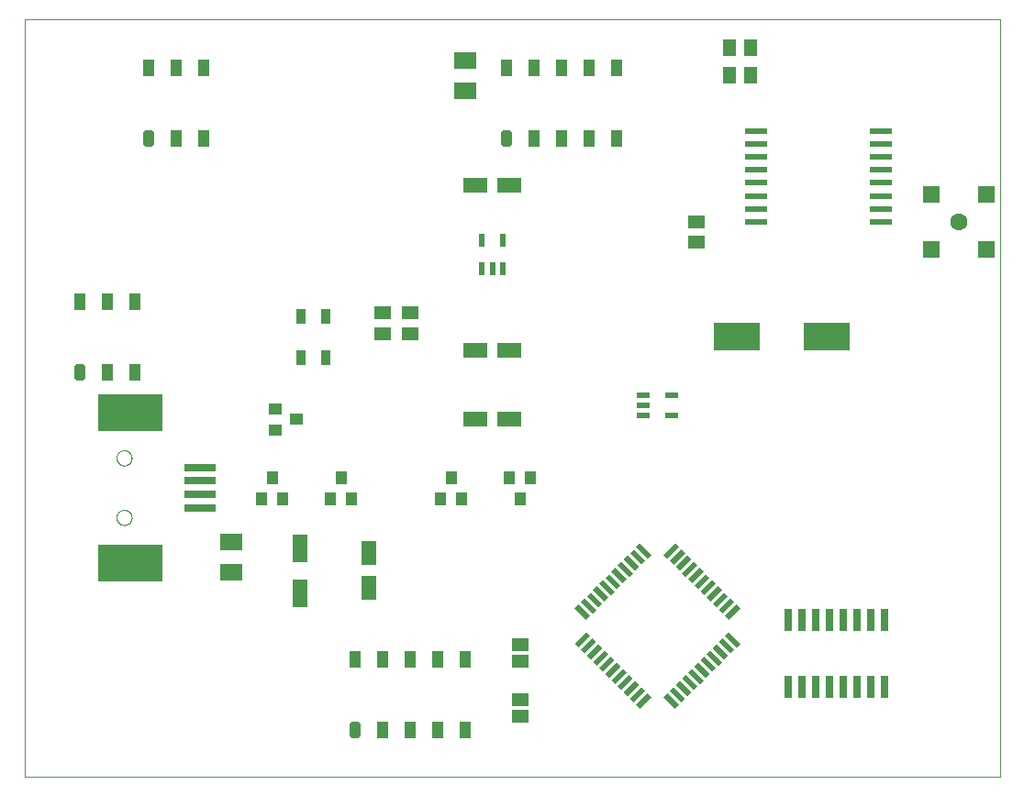
<source format=gtp>
G75*
%MOIN*%
%OFA0B0*%
%FSLAX25Y25*%
%IPPOS*%
%LPD*%
%AMOC8*
5,1,8,0,0,1.08239X$1,22.5*
%
%ADD10C,0.00000*%
%ADD11R,0.05512X0.10236*%
%ADD12R,0.03937X0.04724*%
%ADD13R,0.07874X0.06299*%
%ADD14R,0.03937X0.05906*%
%ADD15C,0.01969*%
%ADD16R,0.02600X0.08000*%
%ADD17R,0.05906X0.01969*%
%ADD18R,0.01969X0.05906*%
%ADD19R,0.05906X0.05118*%
%ADD20R,0.06300X0.04600*%
%ADD21R,0.05512X0.08661*%
%ADD22C,0.06299*%
%ADD23R,0.06299X0.06299*%
%ADD24R,0.02200X0.05000*%
%ADD25R,0.03543X0.05512*%
%ADD26R,0.23780X0.13386*%
%ADD27R,0.11811X0.02756*%
%ADD28R,0.16929X0.09843*%
%ADD29R,0.04724X0.03937*%
%ADD30R,0.05000X0.02200*%
%ADD31R,0.08661X0.05512*%
%ADD32R,0.07874X0.02362*%
%ADD33R,0.05118X0.05906*%
D10*
X0055902Y0001800D02*
X0055902Y0277391D01*
X0410233Y0277391D01*
X0410233Y0001800D01*
X0055902Y0001800D01*
X0089370Y0096149D02*
X0089372Y0096254D01*
X0089378Y0096359D01*
X0089388Y0096463D01*
X0089402Y0096567D01*
X0089420Y0096671D01*
X0089442Y0096773D01*
X0089467Y0096875D01*
X0089497Y0096976D01*
X0089530Y0097075D01*
X0089567Y0097173D01*
X0089608Y0097270D01*
X0089653Y0097365D01*
X0089701Y0097458D01*
X0089752Y0097550D01*
X0089808Y0097639D01*
X0089866Y0097726D01*
X0089928Y0097811D01*
X0089992Y0097894D01*
X0090060Y0097974D01*
X0090131Y0098051D01*
X0090205Y0098125D01*
X0090282Y0098197D01*
X0090361Y0098266D01*
X0090443Y0098331D01*
X0090527Y0098394D01*
X0090614Y0098453D01*
X0090703Y0098509D01*
X0090794Y0098562D01*
X0090887Y0098611D01*
X0090981Y0098656D01*
X0091077Y0098698D01*
X0091175Y0098736D01*
X0091274Y0098770D01*
X0091375Y0098801D01*
X0091476Y0098827D01*
X0091579Y0098850D01*
X0091682Y0098869D01*
X0091786Y0098884D01*
X0091890Y0098895D01*
X0091995Y0098902D01*
X0092100Y0098905D01*
X0092205Y0098904D01*
X0092310Y0098899D01*
X0092414Y0098890D01*
X0092518Y0098877D01*
X0092622Y0098860D01*
X0092725Y0098839D01*
X0092827Y0098814D01*
X0092928Y0098786D01*
X0093027Y0098753D01*
X0093126Y0098717D01*
X0093223Y0098677D01*
X0093318Y0098634D01*
X0093412Y0098586D01*
X0093504Y0098536D01*
X0093594Y0098482D01*
X0093682Y0098424D01*
X0093767Y0098363D01*
X0093850Y0098299D01*
X0093931Y0098232D01*
X0094009Y0098162D01*
X0094084Y0098088D01*
X0094156Y0098013D01*
X0094226Y0097934D01*
X0094292Y0097853D01*
X0094356Y0097769D01*
X0094416Y0097683D01*
X0094472Y0097595D01*
X0094526Y0097504D01*
X0094576Y0097412D01*
X0094622Y0097318D01*
X0094665Y0097222D01*
X0094704Y0097124D01*
X0094739Y0097026D01*
X0094770Y0096925D01*
X0094798Y0096824D01*
X0094822Y0096722D01*
X0094842Y0096619D01*
X0094858Y0096515D01*
X0094870Y0096411D01*
X0094878Y0096306D01*
X0094882Y0096201D01*
X0094882Y0096097D01*
X0094878Y0095992D01*
X0094870Y0095887D01*
X0094858Y0095783D01*
X0094842Y0095679D01*
X0094822Y0095576D01*
X0094798Y0095474D01*
X0094770Y0095373D01*
X0094739Y0095272D01*
X0094704Y0095174D01*
X0094665Y0095076D01*
X0094622Y0094980D01*
X0094576Y0094886D01*
X0094526Y0094794D01*
X0094472Y0094703D01*
X0094416Y0094615D01*
X0094356Y0094529D01*
X0094292Y0094445D01*
X0094226Y0094364D01*
X0094156Y0094285D01*
X0094084Y0094210D01*
X0094009Y0094136D01*
X0093931Y0094066D01*
X0093850Y0093999D01*
X0093767Y0093935D01*
X0093682Y0093874D01*
X0093594Y0093816D01*
X0093504Y0093762D01*
X0093412Y0093712D01*
X0093318Y0093664D01*
X0093223Y0093621D01*
X0093126Y0093581D01*
X0093027Y0093545D01*
X0092928Y0093512D01*
X0092827Y0093484D01*
X0092725Y0093459D01*
X0092622Y0093438D01*
X0092518Y0093421D01*
X0092414Y0093408D01*
X0092310Y0093399D01*
X0092205Y0093394D01*
X0092100Y0093393D01*
X0091995Y0093396D01*
X0091890Y0093403D01*
X0091786Y0093414D01*
X0091682Y0093429D01*
X0091579Y0093448D01*
X0091476Y0093471D01*
X0091375Y0093497D01*
X0091274Y0093528D01*
X0091175Y0093562D01*
X0091077Y0093600D01*
X0090981Y0093642D01*
X0090887Y0093687D01*
X0090794Y0093736D01*
X0090703Y0093789D01*
X0090614Y0093845D01*
X0090527Y0093904D01*
X0090443Y0093967D01*
X0090361Y0094032D01*
X0090282Y0094101D01*
X0090205Y0094173D01*
X0090131Y0094247D01*
X0090060Y0094324D01*
X0089992Y0094404D01*
X0089928Y0094487D01*
X0089866Y0094572D01*
X0089808Y0094659D01*
X0089752Y0094748D01*
X0089701Y0094840D01*
X0089653Y0094933D01*
X0089608Y0095028D01*
X0089567Y0095125D01*
X0089530Y0095223D01*
X0089497Y0095322D01*
X0089467Y0095423D01*
X0089442Y0095525D01*
X0089420Y0095627D01*
X0089402Y0095731D01*
X0089388Y0095835D01*
X0089378Y0095939D01*
X0089372Y0096044D01*
X0089370Y0096149D01*
X0089370Y0117802D02*
X0089372Y0117907D01*
X0089378Y0118012D01*
X0089388Y0118116D01*
X0089402Y0118220D01*
X0089420Y0118324D01*
X0089442Y0118426D01*
X0089467Y0118528D01*
X0089497Y0118629D01*
X0089530Y0118728D01*
X0089567Y0118826D01*
X0089608Y0118923D01*
X0089653Y0119018D01*
X0089701Y0119111D01*
X0089752Y0119203D01*
X0089808Y0119292D01*
X0089866Y0119379D01*
X0089928Y0119464D01*
X0089992Y0119547D01*
X0090060Y0119627D01*
X0090131Y0119704D01*
X0090205Y0119778D01*
X0090282Y0119850D01*
X0090361Y0119919D01*
X0090443Y0119984D01*
X0090527Y0120047D01*
X0090614Y0120106D01*
X0090703Y0120162D01*
X0090794Y0120215D01*
X0090887Y0120264D01*
X0090981Y0120309D01*
X0091077Y0120351D01*
X0091175Y0120389D01*
X0091274Y0120423D01*
X0091375Y0120454D01*
X0091476Y0120480D01*
X0091579Y0120503D01*
X0091682Y0120522D01*
X0091786Y0120537D01*
X0091890Y0120548D01*
X0091995Y0120555D01*
X0092100Y0120558D01*
X0092205Y0120557D01*
X0092310Y0120552D01*
X0092414Y0120543D01*
X0092518Y0120530D01*
X0092622Y0120513D01*
X0092725Y0120492D01*
X0092827Y0120467D01*
X0092928Y0120439D01*
X0093027Y0120406D01*
X0093126Y0120370D01*
X0093223Y0120330D01*
X0093318Y0120287D01*
X0093412Y0120239D01*
X0093504Y0120189D01*
X0093594Y0120135D01*
X0093682Y0120077D01*
X0093767Y0120016D01*
X0093850Y0119952D01*
X0093931Y0119885D01*
X0094009Y0119815D01*
X0094084Y0119741D01*
X0094156Y0119666D01*
X0094226Y0119587D01*
X0094292Y0119506D01*
X0094356Y0119422D01*
X0094416Y0119336D01*
X0094472Y0119248D01*
X0094526Y0119157D01*
X0094576Y0119065D01*
X0094622Y0118971D01*
X0094665Y0118875D01*
X0094704Y0118777D01*
X0094739Y0118679D01*
X0094770Y0118578D01*
X0094798Y0118477D01*
X0094822Y0118375D01*
X0094842Y0118272D01*
X0094858Y0118168D01*
X0094870Y0118064D01*
X0094878Y0117959D01*
X0094882Y0117854D01*
X0094882Y0117750D01*
X0094878Y0117645D01*
X0094870Y0117540D01*
X0094858Y0117436D01*
X0094842Y0117332D01*
X0094822Y0117229D01*
X0094798Y0117127D01*
X0094770Y0117026D01*
X0094739Y0116925D01*
X0094704Y0116827D01*
X0094665Y0116729D01*
X0094622Y0116633D01*
X0094576Y0116539D01*
X0094526Y0116447D01*
X0094472Y0116356D01*
X0094416Y0116268D01*
X0094356Y0116182D01*
X0094292Y0116098D01*
X0094226Y0116017D01*
X0094156Y0115938D01*
X0094084Y0115863D01*
X0094009Y0115789D01*
X0093931Y0115719D01*
X0093850Y0115652D01*
X0093767Y0115588D01*
X0093682Y0115527D01*
X0093594Y0115469D01*
X0093504Y0115415D01*
X0093412Y0115365D01*
X0093318Y0115317D01*
X0093223Y0115274D01*
X0093126Y0115234D01*
X0093027Y0115198D01*
X0092928Y0115165D01*
X0092827Y0115137D01*
X0092725Y0115112D01*
X0092622Y0115091D01*
X0092518Y0115074D01*
X0092414Y0115061D01*
X0092310Y0115052D01*
X0092205Y0115047D01*
X0092100Y0115046D01*
X0091995Y0115049D01*
X0091890Y0115056D01*
X0091786Y0115067D01*
X0091682Y0115082D01*
X0091579Y0115101D01*
X0091476Y0115124D01*
X0091375Y0115150D01*
X0091274Y0115181D01*
X0091175Y0115215D01*
X0091077Y0115253D01*
X0090981Y0115295D01*
X0090887Y0115340D01*
X0090794Y0115389D01*
X0090703Y0115442D01*
X0090614Y0115498D01*
X0090527Y0115557D01*
X0090443Y0115620D01*
X0090361Y0115685D01*
X0090282Y0115754D01*
X0090205Y0115826D01*
X0090131Y0115900D01*
X0090060Y0115977D01*
X0089992Y0116057D01*
X0089928Y0116140D01*
X0089866Y0116225D01*
X0089808Y0116312D01*
X0089752Y0116401D01*
X0089701Y0116493D01*
X0089653Y0116586D01*
X0089608Y0116681D01*
X0089567Y0116778D01*
X0089530Y0116876D01*
X0089497Y0116975D01*
X0089467Y0117076D01*
X0089442Y0117178D01*
X0089420Y0117280D01*
X0089402Y0117384D01*
X0089388Y0117488D01*
X0089378Y0117592D01*
X0089372Y0117697D01*
X0089370Y0117802D01*
D11*
X0155902Y0084871D03*
X0155902Y0068729D03*
D12*
X0149839Y0102863D03*
X0141965Y0102863D03*
X0145902Y0110737D03*
X0166965Y0102863D03*
X0174839Y0102863D03*
X0170902Y0110737D03*
X0206965Y0102863D03*
X0214839Y0102863D03*
X0210902Y0110737D03*
X0231965Y0110737D03*
X0239839Y0110737D03*
X0235902Y0102863D03*
D13*
X0130902Y0087312D03*
X0130902Y0076288D03*
X0215902Y0251288D03*
X0215902Y0262312D03*
D14*
X0230902Y0259595D03*
X0240902Y0259595D03*
X0250902Y0259595D03*
X0260902Y0259595D03*
X0270902Y0259595D03*
X0270902Y0234005D03*
X0260902Y0234005D03*
X0250902Y0234005D03*
X0240902Y0234005D03*
X0120902Y0234005D03*
X0110902Y0234005D03*
X0110902Y0259595D03*
X0100902Y0259595D03*
X0120902Y0259595D03*
X0095902Y0174595D03*
X0085902Y0174595D03*
X0075902Y0174595D03*
X0085902Y0149005D03*
X0095902Y0149005D03*
X0175902Y0044595D03*
X0185902Y0044595D03*
X0195902Y0044595D03*
X0205902Y0044595D03*
X0215902Y0044595D03*
X0215902Y0019005D03*
X0205902Y0019005D03*
X0195902Y0019005D03*
X0185902Y0019005D03*
D15*
X0174918Y0017036D02*
X0174918Y0020974D01*
X0176886Y0020974D01*
X0176886Y0017036D01*
X0174918Y0017036D01*
X0174918Y0019004D02*
X0176886Y0019004D01*
X0176886Y0020972D02*
X0174918Y0020972D01*
X0074918Y0147036D02*
X0074918Y0150974D01*
X0076886Y0150974D01*
X0076886Y0147036D01*
X0074918Y0147036D01*
X0074918Y0149004D02*
X0076886Y0149004D01*
X0076886Y0150972D02*
X0074918Y0150972D01*
X0099918Y0232036D02*
X0099918Y0235974D01*
X0101886Y0235974D01*
X0101886Y0232036D01*
X0099918Y0232036D01*
X0099918Y0234004D02*
X0101886Y0234004D01*
X0101886Y0235972D02*
X0099918Y0235972D01*
X0229918Y0235974D02*
X0229918Y0232036D01*
X0229918Y0235974D02*
X0231886Y0235974D01*
X0231886Y0232036D01*
X0229918Y0232036D01*
X0229918Y0234004D02*
X0231886Y0234004D01*
X0231886Y0235972D02*
X0229918Y0235972D01*
D16*
X0333402Y0058900D03*
X0338402Y0058900D03*
X0343402Y0058900D03*
X0348402Y0058900D03*
X0353402Y0058900D03*
X0358402Y0058900D03*
X0363402Y0058900D03*
X0368402Y0058900D03*
X0368402Y0034700D03*
X0363402Y0034700D03*
X0358402Y0034700D03*
X0353402Y0034700D03*
X0348402Y0034700D03*
X0343402Y0034700D03*
X0338402Y0034700D03*
X0333402Y0034700D03*
D17*
G36*
X0314576Y0049006D02*
X0310401Y0053181D01*
X0311792Y0054572D01*
X0315967Y0050397D01*
X0314576Y0049006D01*
G37*
G36*
X0312349Y0046779D02*
X0308174Y0050954D01*
X0309565Y0052345D01*
X0313740Y0048170D01*
X0312349Y0046779D01*
G37*
G36*
X0310122Y0044552D02*
X0305947Y0048727D01*
X0307338Y0050118D01*
X0311513Y0045943D01*
X0310122Y0044552D01*
G37*
G36*
X0307895Y0042325D02*
X0303720Y0046500D01*
X0305111Y0047891D01*
X0309286Y0043716D01*
X0307895Y0042325D01*
G37*
G36*
X0305668Y0040098D02*
X0301493Y0044273D01*
X0302884Y0045664D01*
X0307059Y0041489D01*
X0305668Y0040098D01*
G37*
G36*
X0303441Y0037870D02*
X0299266Y0042045D01*
X0300657Y0043436D01*
X0304832Y0039261D01*
X0303441Y0037870D01*
G37*
G36*
X0301214Y0035643D02*
X0297039Y0039818D01*
X0298430Y0041209D01*
X0302605Y0037034D01*
X0301214Y0035643D01*
G37*
G36*
X0298987Y0033416D02*
X0294812Y0037591D01*
X0296203Y0038982D01*
X0300378Y0034807D01*
X0298987Y0033416D01*
G37*
G36*
X0296759Y0031189D02*
X0292584Y0035364D01*
X0293975Y0036755D01*
X0298150Y0032580D01*
X0296759Y0031189D01*
G37*
G36*
X0294532Y0028962D02*
X0290357Y0033137D01*
X0291748Y0034528D01*
X0295923Y0030353D01*
X0294532Y0028962D01*
G37*
G36*
X0292305Y0026735D02*
X0288130Y0030910D01*
X0289521Y0032301D01*
X0293696Y0028126D01*
X0292305Y0026735D01*
G37*
G36*
X0260012Y0059028D02*
X0255837Y0063203D01*
X0257228Y0064594D01*
X0261403Y0060419D01*
X0260012Y0059028D01*
G37*
G36*
X0262239Y0061255D02*
X0258064Y0065430D01*
X0259455Y0066821D01*
X0263630Y0062646D01*
X0262239Y0061255D01*
G37*
G36*
X0264466Y0063482D02*
X0260291Y0067657D01*
X0261682Y0069048D01*
X0265857Y0064873D01*
X0264466Y0063482D01*
G37*
G36*
X0266693Y0065709D02*
X0262518Y0069884D01*
X0263909Y0071275D01*
X0268084Y0067100D01*
X0266693Y0065709D01*
G37*
G36*
X0268921Y0067936D02*
X0264746Y0072111D01*
X0266137Y0073502D01*
X0270312Y0069327D01*
X0268921Y0067936D01*
G37*
G36*
X0271148Y0070164D02*
X0266973Y0074339D01*
X0268364Y0075730D01*
X0272539Y0071555D01*
X0271148Y0070164D01*
G37*
G36*
X0273375Y0072391D02*
X0269200Y0076566D01*
X0270591Y0077957D01*
X0274766Y0073782D01*
X0273375Y0072391D01*
G37*
G36*
X0275602Y0074618D02*
X0271427Y0078793D01*
X0272818Y0080184D01*
X0276993Y0076009D01*
X0275602Y0074618D01*
G37*
G36*
X0277829Y0076845D02*
X0273654Y0081020D01*
X0275045Y0082411D01*
X0279220Y0078236D01*
X0277829Y0076845D01*
G37*
G36*
X0280056Y0079072D02*
X0275881Y0083247D01*
X0277272Y0084638D01*
X0281447Y0080463D01*
X0280056Y0079072D01*
G37*
G36*
X0282283Y0081299D02*
X0278108Y0085474D01*
X0279499Y0086865D01*
X0283674Y0082690D01*
X0282283Y0081299D01*
G37*
D18*
G36*
X0289521Y0081299D02*
X0288130Y0082690D01*
X0292305Y0086865D01*
X0293696Y0085474D01*
X0289521Y0081299D01*
G37*
G36*
X0291748Y0079072D02*
X0290357Y0080463D01*
X0294532Y0084638D01*
X0295923Y0083247D01*
X0291748Y0079072D01*
G37*
G36*
X0293975Y0076845D02*
X0292584Y0078236D01*
X0296759Y0082411D01*
X0298150Y0081020D01*
X0293975Y0076845D01*
G37*
G36*
X0296203Y0074618D02*
X0294812Y0076009D01*
X0298987Y0080184D01*
X0300378Y0078793D01*
X0296203Y0074618D01*
G37*
G36*
X0298430Y0072391D02*
X0297039Y0073782D01*
X0301214Y0077957D01*
X0302605Y0076566D01*
X0298430Y0072391D01*
G37*
G36*
X0300657Y0070164D02*
X0299266Y0071555D01*
X0303441Y0075730D01*
X0304832Y0074339D01*
X0300657Y0070164D01*
G37*
G36*
X0302884Y0067936D02*
X0301493Y0069327D01*
X0305668Y0073502D01*
X0307059Y0072111D01*
X0302884Y0067936D01*
G37*
G36*
X0305111Y0065709D02*
X0303720Y0067100D01*
X0307895Y0071275D01*
X0309286Y0069884D01*
X0305111Y0065709D01*
G37*
G36*
X0307338Y0063482D02*
X0305947Y0064873D01*
X0310122Y0069048D01*
X0311513Y0067657D01*
X0307338Y0063482D01*
G37*
G36*
X0309565Y0061255D02*
X0308174Y0062646D01*
X0312349Y0066821D01*
X0313740Y0065430D01*
X0309565Y0061255D01*
G37*
G36*
X0311792Y0059028D02*
X0310401Y0060419D01*
X0314576Y0064594D01*
X0315967Y0063203D01*
X0311792Y0059028D01*
G37*
G36*
X0277272Y0028962D02*
X0275881Y0030353D01*
X0280056Y0034528D01*
X0281447Y0033137D01*
X0277272Y0028962D01*
G37*
G36*
X0279499Y0026735D02*
X0278108Y0028126D01*
X0282283Y0032301D01*
X0283674Y0030910D01*
X0279499Y0026735D01*
G37*
G36*
X0275045Y0031189D02*
X0273654Y0032580D01*
X0277829Y0036755D01*
X0279220Y0035364D01*
X0275045Y0031189D01*
G37*
G36*
X0272818Y0033416D02*
X0271427Y0034807D01*
X0275602Y0038982D01*
X0276993Y0037591D01*
X0272818Y0033416D01*
G37*
G36*
X0270591Y0035643D02*
X0269200Y0037034D01*
X0273375Y0041209D01*
X0274766Y0039818D01*
X0270591Y0035643D01*
G37*
G36*
X0268364Y0037870D02*
X0266973Y0039261D01*
X0271148Y0043436D01*
X0272539Y0042045D01*
X0268364Y0037870D01*
G37*
G36*
X0266137Y0040098D02*
X0264746Y0041489D01*
X0268921Y0045664D01*
X0270312Y0044273D01*
X0266137Y0040098D01*
G37*
G36*
X0263909Y0042325D02*
X0262518Y0043716D01*
X0266693Y0047891D01*
X0268084Y0046500D01*
X0263909Y0042325D01*
G37*
G36*
X0261682Y0044552D02*
X0260291Y0045943D01*
X0264466Y0050118D01*
X0265857Y0048727D01*
X0261682Y0044552D01*
G37*
G36*
X0259455Y0046779D02*
X0258064Y0048170D01*
X0262239Y0052345D01*
X0263630Y0050954D01*
X0259455Y0046779D01*
G37*
G36*
X0257228Y0049006D02*
X0255837Y0050397D01*
X0260012Y0054572D01*
X0261403Y0053181D01*
X0257228Y0049006D01*
G37*
D19*
X0195902Y0163060D03*
X0195902Y0170540D03*
X0185902Y0170540D03*
X0185902Y0163060D03*
X0299954Y0196083D03*
X0299954Y0203564D03*
D20*
X0235902Y0049800D03*
X0235902Y0043800D03*
X0235902Y0029800D03*
X0235902Y0023800D03*
D21*
X0180902Y0070501D03*
X0180902Y0083099D03*
D22*
X0395433Y0203639D03*
D23*
X0405433Y0193639D03*
X0385433Y0193639D03*
X0385433Y0213639D03*
X0405433Y0213639D03*
D24*
X0229602Y0196900D03*
X0222202Y0196900D03*
X0222202Y0186700D03*
X0225902Y0186700D03*
X0229602Y0186700D03*
D25*
X0165430Y0169280D03*
X0156375Y0169280D03*
X0156375Y0154320D03*
X0165430Y0154320D03*
D26*
X0094409Y0134219D03*
X0094409Y0079731D03*
D27*
X0119685Y0099613D03*
X0119685Y0104534D03*
X0119685Y0109416D03*
X0119685Y0114338D03*
D28*
X0314564Y0161800D03*
X0347241Y0161800D03*
D29*
X0154839Y0131800D03*
X0146965Y0127863D03*
X0146965Y0135737D03*
D30*
X0280802Y0136800D03*
X0280802Y0133100D03*
X0280802Y0140500D03*
X0291002Y0140500D03*
X0291002Y0133100D03*
D31*
X0232201Y0131800D03*
X0219603Y0131800D03*
X0219603Y0156800D03*
X0232201Y0156800D03*
X0232201Y0216800D03*
X0219603Y0216800D03*
D32*
X0321638Y0217784D03*
X0321638Y0222508D03*
X0321638Y0227232D03*
X0321638Y0231957D03*
X0321638Y0236681D03*
X0321638Y0213059D03*
X0321638Y0208335D03*
X0321638Y0203610D03*
X0366913Y0203610D03*
X0366913Y0208335D03*
X0366913Y0213059D03*
X0366913Y0217784D03*
X0366913Y0222508D03*
X0366913Y0227232D03*
X0366913Y0231957D03*
X0366913Y0236681D03*
D33*
X0319642Y0256800D03*
X0312162Y0256800D03*
X0312162Y0266800D03*
X0319642Y0266800D03*
M02*

</source>
